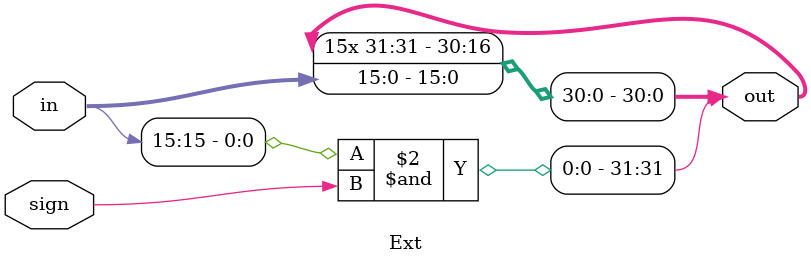
<source format=v>
module Ext #(parameter SIZE=16)(
	input sign,
	input [(SIZE - 1):0] in,
	output reg [31:0] out
);

always @*
begin
    $display("in: %d out: %d\n", in, out);
    out = {{(32 - SIZE){in[SIZE - 1] & sign}}, in};
end

endmodule

</source>
